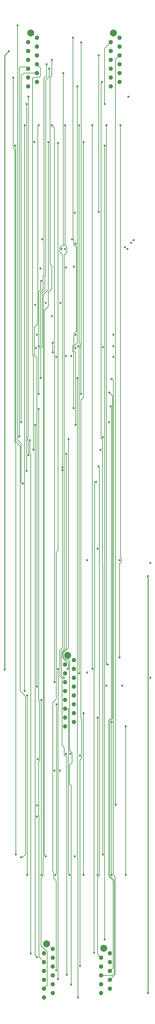
<source format=gbl>
G04 #@! TF.GenerationSoftware,KiCad,Pcbnew,5.1.5-52549c5~84~ubuntu18.04.1*
G04 #@! TF.CreationDate,2020-01-27T20:19:36-05:00*
G04 #@! TF.ProjectId,BMS_peripheral,424d535f-7065-4726-9970-686572616c2e,rev?*
G04 #@! TF.SameCoordinates,Original*
G04 #@! TF.FileFunction,Copper,L4,Bot*
G04 #@! TF.FilePolarity,Positive*
%FSLAX46Y46*%
G04 Gerber Fmt 4.6, Leading zero omitted, Abs format (unit mm)*
G04 Created by KiCad (PCBNEW 5.1.5-52549c5~84~ubuntu18.04.1) date 2020-01-27 20:19:36*
%MOMM*%
%LPD*%
G04 APERTURE LIST*
%ADD10C,2.000000*%
%ADD11C,1.300000*%
%ADD12C,0.609600*%
%ADD13C,0.152400*%
%ADD14C,0.254000*%
G04 APERTURE END LIST*
D10*
X136630000Y-268094000D03*
D11*
X135890000Y-288544000D03*
X138430000Y-287274000D03*
X135890000Y-286004000D03*
X138430000Y-284734000D03*
X135890000Y-283464000D03*
X138430000Y-282194000D03*
X135890000Y-280924000D03*
X138430000Y-279654000D03*
X135890000Y-278384000D03*
X135890000Y-275844000D03*
X135890000Y-273304000D03*
X135890000Y-270764000D03*
X138430000Y-277114000D03*
X138430000Y-269494000D03*
X138430000Y-272034000D03*
X138430000Y-274574000D03*
D10*
X147044000Y-352295000D03*
D11*
X146304000Y-365125000D03*
X148844000Y-363855000D03*
X146304000Y-362585000D03*
X146304000Y-360045000D03*
X146304000Y-357505000D03*
X146304000Y-354965000D03*
X148844000Y-361315000D03*
X148844000Y-353695000D03*
X148844000Y-356235000D03*
X148844000Y-358775000D03*
D10*
X149838000Y-89278000D03*
D11*
X149098000Y-104648000D03*
X151638000Y-103378000D03*
X149098000Y-102108000D03*
X151638000Y-100838000D03*
X149098000Y-99568000D03*
X149098000Y-97028000D03*
X149098000Y-94488000D03*
X149098000Y-91948000D03*
X151638000Y-98298000D03*
X151638000Y-90678000D03*
X151638000Y-93218000D03*
X151638000Y-95758000D03*
D10*
X130534000Y-351025000D03*
D11*
X129794000Y-366395000D03*
X132334000Y-365125000D03*
X129794000Y-363855000D03*
X132334000Y-362585000D03*
X129794000Y-361315000D03*
X129794000Y-358775000D03*
X129794000Y-356235000D03*
X129794000Y-353695000D03*
X132334000Y-360045000D03*
X132334000Y-352425000D03*
X132334000Y-354965000D03*
X132334000Y-357505000D03*
X127762000Y-95758000D03*
X127762000Y-93218000D03*
X127762000Y-90678000D03*
X127762000Y-98298000D03*
X125222000Y-91948000D03*
X125222000Y-94488000D03*
X125222000Y-97028000D03*
X125222000Y-99568000D03*
X127762000Y-100838000D03*
X125222000Y-102108000D03*
X127762000Y-103378000D03*
X125222000Y-104648000D03*
D10*
X125962000Y-89278000D03*
D12*
X130302000Y-166878000D03*
X134537450Y-166878000D03*
X132334000Y-181102000D03*
X132334000Y-178282600D03*
X139414250Y-188436250D03*
X139573000Y-366395000D03*
X136874250Y-205954550D03*
X137693401Y-362686599D03*
X136239250Y-210251503D03*
X136626611Y-272034000D03*
X133832600Y-272034000D03*
X133858000Y-361188000D03*
X128295400Y-197358000D03*
X125691900Y-206286100D03*
X125984000Y-353822000D03*
X136398000Y-359918000D03*
X135102600Y-214884000D03*
X127774700Y-354838000D03*
X127228600Y-201930000D03*
X148691600Y-192633600D03*
X145516600Y-213842600D03*
X149326600Y-188696600D03*
X144881600Y-218287600D03*
X144272000Y-353568000D03*
X149047191Y-196596000D03*
X124756498Y-215095502D03*
X124756498Y-109685502D03*
X147320000Y-109728000D03*
X128295400Y-193040000D03*
X130556000Y-98298000D03*
X123672600Y-218782900D03*
X122174000Y-87122000D03*
X125289898Y-210604057D03*
X125289899Y-107628101D03*
X154203400Y-107628101D03*
X128828800Y-188468000D03*
X131318000Y-99568000D03*
X135070850Y-214122000D03*
X135356599Y-100863401D03*
X138880850Y-201930000D03*
X139446000Y-104648000D03*
X146151600Y-209143600D03*
X126695199Y-209042000D03*
X138347450Y-197104000D03*
X138176000Y-90678000D03*
X148590000Y-201168000D03*
X123215400Y-201168000D03*
X140487400Y-193040000D03*
X140538211Y-92024211D03*
X122682000Y-205232000D03*
X146812000Y-205486000D03*
X132080000Y-170688000D03*
X127254000Y-167386000D03*
X136144000Y-182118000D03*
X137668000Y-182118000D03*
X136144000Y-296418000D03*
X137414000Y-296418000D03*
X134366000Y-301244000D03*
X132842000Y-301244000D03*
X153162000Y-150876000D03*
X135890011Y-151358600D03*
X153924000Y-151384000D03*
X134874000Y-151358600D03*
X154940000Y-149606000D03*
X138938000Y-149860000D03*
X155702000Y-148844000D03*
X137922000Y-148590000D03*
X140208000Y-296926000D03*
X160528000Y-274574000D03*
X142240000Y-273050000D03*
X147828000Y-276860000D03*
X128016000Y-297942000D03*
X152400000Y-276860000D03*
X127762000Y-314452000D03*
X119600000Y-94525000D03*
X118450000Y-272225000D03*
X138938000Y-176022000D03*
X138938000Y-179832000D03*
X127508000Y-179832000D03*
X133350000Y-182372000D03*
X146812000Y-179578000D03*
X127762000Y-176022000D03*
X129286000Y-148590000D03*
X138430000Y-156464000D03*
X128778000Y-156972000D03*
X138684000Y-140970000D03*
X151638000Y-240792000D03*
X160528000Y-241554000D03*
X142240000Y-240792000D03*
X149860000Y-182372000D03*
X149860000Y-176022000D03*
X145288000Y-237490000D03*
X136144000Y-156718000D03*
X159800000Y-365125000D03*
X159750000Y-245350000D03*
X131064000Y-120650000D03*
X127025400Y-120650000D03*
X133299199Y-358648000D03*
X133883401Y-120929401D03*
X147294600Y-121666000D03*
X147294599Y-349732599D03*
X140208000Y-357378000D03*
X141224000Y-120650000D03*
X135890000Y-115824000D03*
X135541770Y-274556900D03*
X143764000Y-115824000D03*
X143855400Y-272034000D03*
X151892000Y-115824000D03*
X151638000Y-268732000D03*
X128270000Y-115824000D03*
X127762000Y-277114000D03*
X147828000Y-115824000D03*
X148154953Y-270768452D03*
X139954000Y-115824000D03*
X139954000Y-273304000D03*
X132080000Y-115824000D03*
X132842000Y-275844000D03*
X124206000Y-115824000D03*
X124206000Y-278384000D03*
X124968000Y-331216000D03*
X124968000Y-279654000D03*
X129032000Y-331216000D03*
X129032000Y-280924000D03*
X133096000Y-331216000D03*
X133400799Y-282194000D03*
X137160000Y-331216000D03*
X141224000Y-331216000D03*
X141224000Y-284734000D03*
X145288000Y-331216000D03*
X145288000Y-286004000D03*
X149352000Y-331216000D03*
X149352000Y-287274000D03*
X153416000Y-331216000D03*
X153416000Y-288544000D03*
X145600000Y-95725000D03*
X145575000Y-140750000D03*
X123190000Y-326136000D03*
X123190000Y-326136000D03*
X121412000Y-121666000D03*
X130302000Y-325882000D03*
X130302000Y-325882000D03*
X132080000Y-97028000D03*
X138684000Y-325882000D03*
X121666000Y-325374000D03*
X120904000Y-102108000D03*
X146761199Y-325374000D03*
X146558000Y-103378000D03*
X150550000Y-311075000D03*
X127775000Y-311225000D03*
X128270000Y-179324000D03*
X139700000Y-179324000D03*
X149860000Y-179324000D03*
X129032000Y-160528000D03*
D13*
X132334000Y-179857400D02*
X132334000Y-178282600D01*
X132334000Y-180111400D02*
X132334000Y-180594000D01*
X132334000Y-181102000D02*
X132334000Y-179857400D01*
X139573000Y-366395000D02*
X139573000Y-326517000D01*
X139420599Y-326364599D02*
X139420599Y-254533401D01*
X139573000Y-326517000D02*
X139420599Y-326364599D01*
X139414250Y-254527052D02*
X139414250Y-188436250D01*
X139420599Y-254533401D02*
X139414250Y-254527052D01*
X136874250Y-205954550D02*
X136874250Y-228314250D01*
X136874250Y-228314250D02*
X136906000Y-228346000D01*
X136906000Y-228346000D02*
X136906000Y-265938000D01*
X136906000Y-265938000D02*
X135382000Y-267462000D01*
X135382000Y-267462000D02*
X135382000Y-268664330D01*
X137947401Y-298932599D02*
X137160011Y-299719989D01*
X137160011Y-299719989D02*
X137160011Y-305054000D01*
X137160011Y-295374577D02*
X137947401Y-296161967D01*
X137947401Y-296161967D02*
X137947401Y-298932599D01*
X137693401Y-305587390D02*
X137693401Y-362686599D01*
X137160011Y-305054000D02*
X137693401Y-305587390D01*
X135382000Y-268664330D02*
X136040271Y-269322601D01*
X136040271Y-269322601D02*
X136734601Y-269322601D01*
X137160011Y-269748011D02*
X137160011Y-270763989D01*
X136734601Y-269322601D02*
X137160011Y-269748011D01*
X137160011Y-270510011D02*
X137160011Y-270763989D01*
X137160011Y-270763989D02*
X137160011Y-295374577D01*
X136239250Y-265842750D02*
X136239250Y-210251503D01*
X136239250Y-266173684D02*
X136239250Y-265842750D01*
X135077190Y-267335744D02*
X136239250Y-266173684D01*
X135077191Y-268790587D02*
X135077190Y-267335744D01*
X136038502Y-269751898D02*
X135077191Y-268790587D01*
X136147898Y-269751898D02*
X136855201Y-270459201D01*
X136038502Y-269751898D02*
X136147898Y-269751898D01*
X136855201Y-270459201D02*
X136855201Y-270637733D01*
X136855201Y-270459201D02*
X136855201Y-271805410D01*
X136855201Y-271805410D02*
X136626611Y-272034000D01*
X133934200Y-274170724D02*
X133934200Y-283133800D01*
X133832600Y-272034000D02*
X133832600Y-274069124D01*
X133832600Y-274069124D02*
X133934200Y-274170724D01*
X133832599Y-361162599D02*
X133858000Y-361188000D01*
X133934200Y-283133800D02*
X133832599Y-283235401D01*
X133832599Y-283235401D02*
X133832599Y-361162599D01*
X128270000Y-314170566D02*
X128270000Y-311519434D01*
X129794000Y-356235000D02*
X128308101Y-354749101D01*
X128308101Y-354749101D02*
X128308101Y-314208667D01*
X128308101Y-314208667D02*
X128270000Y-314170566D01*
X128308401Y-311481033D02*
X128308401Y-310968967D01*
X128295401Y-280976835D02*
X128295400Y-197789052D01*
X128270000Y-311519434D02*
X128308401Y-311481033D01*
X128308401Y-310968967D02*
X128270000Y-310930566D01*
X128549401Y-298424599D02*
X128549401Y-281230835D01*
X128270000Y-310930566D02*
X128270000Y-298704000D01*
X128295400Y-197789052D02*
X128295400Y-197358000D01*
X128549401Y-281230835D02*
X128295401Y-280976835D01*
X128270000Y-298704000D02*
X128549401Y-298424599D01*
X125984000Y-353822000D02*
X125984000Y-210312000D01*
X125730000Y-210058000D02*
X125730000Y-206248000D01*
X125984000Y-210312000D02*
X125730000Y-210058000D01*
X135128000Y-265938000D02*
X135128000Y-216408000D01*
X135128000Y-216916000D02*
X135128000Y-214909400D01*
X135128000Y-214909400D02*
X135102600Y-214884000D01*
X135610599Y-294593801D02*
X135011399Y-293994601D01*
X135610599Y-296674033D02*
X135610599Y-294593801D01*
X135011399Y-294015399D02*
X135011399Y-293994601D01*
X136398000Y-359918000D02*
X136398000Y-297180000D01*
X136398000Y-297180000D02*
X136169401Y-296951401D01*
X136169401Y-296951401D02*
X135887967Y-296951401D01*
X135887967Y-296951401D02*
X135610599Y-296674033D01*
X134366000Y-266700000D02*
X134366000Y-267462000D01*
X135128000Y-265938000D02*
X134366000Y-266700000D01*
X134366000Y-267462000D02*
X134366000Y-267004810D01*
X134405667Y-274171458D02*
X135011399Y-274777190D01*
X135011399Y-274777190D02*
X135011399Y-274944601D01*
X134366000Y-267462000D02*
X134366000Y-274171458D01*
X135011399Y-274944601D02*
X135011399Y-293994601D01*
X134366000Y-274171458D02*
X134405667Y-274171458D01*
X127469901Y-354533201D02*
X127457201Y-354533201D01*
X127774700Y-354838000D02*
X127469901Y-354533201D01*
X127228599Y-354304599D02*
X127228599Y-310921401D01*
X127457201Y-354533201D02*
X127228599Y-354304599D01*
X127228599Y-310921401D02*
X127228599Y-201955401D01*
X127228599Y-201955401D02*
X127228600Y-201955400D01*
X127228600Y-201955400D02*
X127228600Y-201930000D01*
X149580591Y-193522591D02*
X148691600Y-192633600D01*
X146304000Y-360045000D02*
X149479000Y-360045000D01*
X148818599Y-287017967D02*
X149580591Y-286255975D01*
X150063190Y-359460810D02*
X150063190Y-332689190D01*
X149580591Y-286255975D02*
X149580591Y-193522591D01*
X150063190Y-332689190D02*
X148818599Y-331444599D01*
X149479000Y-360045000D02*
X150063190Y-359460810D01*
X148818599Y-331444599D02*
X148818599Y-330959967D01*
X148818599Y-330959967D02*
X148818599Y-330225401D01*
X148818599Y-330502785D02*
X148818599Y-330225401D01*
X148818599Y-330225401D02*
X148818599Y-287017967D01*
X145821401Y-214147401D02*
X145516600Y-213842600D01*
X145821401Y-331472033D02*
X145821401Y-214147401D01*
X145288000Y-332005434D02*
X145821401Y-331472033D01*
X146304000Y-354965000D02*
X145288000Y-353949000D01*
X145288000Y-353949000D02*
X145288000Y-332005434D01*
X149885401Y-189255401D02*
X149326600Y-188696600D01*
X149885401Y-330174599D02*
X149885401Y-189255401D01*
X150368000Y-359791000D02*
X150368000Y-331724000D01*
X148844000Y-361315000D02*
X150368000Y-359791000D01*
X150368000Y-331724000D02*
X149885401Y-331241401D01*
X149885401Y-331241401D02*
X149885401Y-330225401D01*
X149885401Y-330225401D02*
X149860000Y-330200000D01*
X149860000Y-330200000D02*
X149885401Y-330174599D01*
X144450548Y-218287600D02*
X144881600Y-218287600D01*
X144388801Y-218349347D02*
X144450548Y-218287600D01*
X144388801Y-272290033D02*
X144388801Y-218349347D01*
X144272000Y-272406834D02*
X144388801Y-272290033D01*
X144272000Y-353568000D02*
X144272000Y-272406834D01*
X149275781Y-286080219D02*
X149275781Y-196596000D01*
X148844000Y-358775000D02*
X149758380Y-357860620D01*
X149758380Y-332815446D02*
X148513789Y-331570855D01*
X148513789Y-331570855D02*
X148513789Y-286842211D01*
X149275781Y-196596000D02*
X149047191Y-196596000D01*
X149758380Y-357860620D02*
X149758380Y-332815446D01*
X148513789Y-286842211D02*
X149275781Y-286080219D01*
X124756498Y-109516498D02*
X124756498Y-109685502D01*
X124756498Y-215095502D02*
X124756498Y-109685502D01*
X147320000Y-109728000D02*
X147320000Y-93726000D01*
X147320000Y-93726000D02*
X149098000Y-91948000D01*
X128295400Y-193040000D02*
X128295400Y-180568600D01*
X128803401Y-179580033D02*
X128803401Y-178333401D01*
X128295400Y-180568600D02*
X128295400Y-180088034D01*
X128295400Y-180088034D02*
X128803401Y-179580033D01*
X128803401Y-178333401D02*
X128778000Y-178308000D01*
X128778000Y-178308000D02*
X128778000Y-163830000D01*
X129565401Y-163042599D02*
X129565401Y-159283401D01*
X128778000Y-163830000D02*
X129565401Y-163042599D01*
X129819401Y-159029401D02*
X129819401Y-102336599D01*
X129565401Y-159283401D02*
X129819401Y-159029401D01*
X129819401Y-102336599D02*
X130556000Y-101600000D01*
X130556000Y-101600000D02*
X130556000Y-98298000D01*
X123215401Y-218325701D02*
X123215401Y-207289401D01*
X123672600Y-218782900D02*
X123215401Y-218325701D01*
X122148599Y-206222599D02*
X122148599Y-204241401D01*
X123215401Y-207289401D02*
X122148599Y-206222599D01*
X122148599Y-204241401D02*
X122174000Y-204216000D01*
X122174000Y-204216000D02*
X122174000Y-87122000D01*
X125158499Y-206542133D02*
X125158499Y-205295501D01*
X125289898Y-210604057D02*
X125289898Y-206673532D01*
X125289898Y-206673532D02*
X125158499Y-206542133D01*
X125158499Y-205295501D02*
X125289899Y-205164101D01*
X125289899Y-107628101D02*
X125289899Y-107509899D01*
X125289899Y-205164101D02*
X125289899Y-107628101D01*
X128828800Y-179985700D02*
X129286000Y-179528500D01*
X128828800Y-188468000D02*
X128828800Y-179985700D01*
X129286000Y-179528500D02*
X129286000Y-164084000D01*
X129286000Y-164084000D02*
X130048000Y-163322000D01*
X130048000Y-163322000D02*
X130048000Y-159258000D01*
X130048000Y-159258000D02*
X130302000Y-159004000D01*
X130302000Y-159004000D02*
X130302000Y-102870000D01*
X130302000Y-102870000D02*
X131318000Y-101854000D01*
X131318000Y-101854000D02*
X131318000Y-99568000D01*
X135070850Y-214122000D02*
X135070850Y-152965150D01*
X134340599Y-151102567D02*
X135075166Y-150368000D01*
X135070850Y-152965150D02*
X134340599Y-152234899D01*
X134340599Y-152234899D02*
X134340599Y-151102567D01*
X135382000Y-150368000D02*
X135585190Y-150164810D01*
X135075166Y-150368000D02*
X135382000Y-150368000D01*
X135356599Y-149936219D02*
X135356599Y-100863401D01*
X135585190Y-150164810D02*
X135356599Y-149936219D01*
X138880850Y-201930000D02*
X138880850Y-181159150D01*
X138880850Y-181159150D02*
X138430000Y-180708300D01*
X138404599Y-180088033D02*
X138404599Y-179349401D01*
X138430000Y-180708300D02*
X138430000Y-180113434D01*
X138430000Y-180113434D02*
X138404599Y-180088033D01*
X139420599Y-116080033D02*
X139420599Y-110261401D01*
X139471401Y-116130835D02*
X139420599Y-116080033D01*
X138404599Y-179349401D02*
X139471401Y-178282599D01*
X139471401Y-178282599D02*
X139471401Y-116130835D01*
X139446000Y-110236000D02*
X139446000Y-104648000D01*
X139420599Y-110261401D02*
X139446000Y-110236000D01*
X126492000Y-181965602D02*
X126695199Y-182168801D01*
X126746000Y-102108000D02*
X126492000Y-102362000D01*
X126695199Y-209042000D02*
X126695199Y-182168801D01*
X128778000Y-101600000D02*
X128270000Y-102108000D01*
X127762000Y-98298000D02*
X128778000Y-99314000D01*
X126492000Y-102362000D02*
X126492000Y-181965602D01*
X128778000Y-99314000D02*
X128778000Y-101600000D01*
X128270000Y-102108000D02*
X126746000Y-102108000D01*
X138099789Y-180809155D02*
X138099789Y-179223145D01*
X138347450Y-197104000D02*
X138347450Y-181056816D01*
X138347450Y-181056816D02*
X138099789Y-180809155D01*
X138404599Y-175765967D02*
X139164566Y-175006000D01*
X138099789Y-179223145D02*
X138404599Y-178918335D01*
X138404599Y-178918335D02*
X138404599Y-175765967D01*
X138404599Y-150116033D02*
X138404599Y-148896835D01*
X139164566Y-175006000D02*
X139164566Y-150876000D01*
X139164566Y-150876000D02*
X138404599Y-150116033D01*
X138150599Y-148029165D02*
X138150599Y-140487401D01*
X138455401Y-148333967D02*
X138150599Y-148029165D01*
X138404599Y-148896835D02*
X138455401Y-148846033D01*
X138455401Y-148846033D02*
X138455401Y-148333967D01*
X138150599Y-140487401D02*
X138176000Y-140462000D01*
X138176000Y-140462000D02*
X138176000Y-90678000D01*
X123215400Y-201168000D02*
X123215400Y-101574600D01*
X123215400Y-101574600D02*
X123952000Y-100838000D01*
X123952000Y-100838000D02*
X126238000Y-100838000D01*
X126238000Y-100838000D02*
X127762000Y-100838000D01*
X140538211Y-179678855D02*
X140538211Y-92024211D01*
X140487400Y-193040000D02*
X140487400Y-179729666D01*
X140487400Y-179729666D02*
X140538211Y-179678855D01*
X124714000Y-99060000D02*
X125222000Y-99568000D01*
X123444000Y-99060000D02*
X124714000Y-99060000D01*
X122682000Y-205232000D02*
X122682000Y-203708000D01*
X122682000Y-203708000D02*
X122682000Y-99314000D01*
X122682000Y-99314000D02*
X122936000Y-99060000D01*
X122936000Y-99060000D02*
X123444000Y-99060000D01*
D14*
X119600000Y-94525000D02*
X118425000Y-95700000D01*
X118425000Y-95700000D02*
X118425000Y-252200000D01*
X118425000Y-252200000D02*
X118425000Y-272200000D01*
X118425000Y-272200000D02*
X118450000Y-272225000D01*
X159800000Y-365125000D02*
X159800000Y-249400000D01*
X159800000Y-249400000D02*
X159800000Y-245400000D01*
X159800000Y-245400000D02*
X159750000Y-245350000D01*
D13*
X130672601Y-353273271D02*
X128935330Y-351536000D01*
X129794000Y-363855000D02*
X130672601Y-362976399D01*
X130672601Y-362976399D02*
X130672601Y-353273271D01*
X129565401Y-331472033D02*
X129565401Y-326415401D01*
X128935330Y-351536000D02*
X128935330Y-332102104D01*
X128935330Y-332102104D02*
X129565401Y-331472033D01*
X129590810Y-326389992D02*
X129590810Y-179654756D01*
X129565401Y-326415401D02*
X129590810Y-326389992D01*
X129590810Y-179654756D02*
X129590810Y-164541190D01*
X131038599Y-163093401D02*
X131038599Y-120675401D01*
X129590810Y-164541190D02*
X131038599Y-163093401D01*
X131038599Y-120675401D02*
X131064000Y-120650000D01*
X133299199Y-358648000D02*
X133299199Y-332943199D01*
X132562599Y-332206599D02*
X132562599Y-330479401D01*
X133299199Y-332943199D02*
X132562599Y-332206599D01*
X132308599Y-330225401D02*
X132308599Y-281711401D01*
X132562599Y-330479401D02*
X132308599Y-330225401D01*
X133299199Y-273253199D02*
X133299199Y-238556801D01*
X133375401Y-273329401D02*
X133299199Y-273253199D01*
X132308599Y-281711401D02*
X133375401Y-280644599D01*
X133375401Y-280644599D02*
X133375401Y-273329401D01*
X133883401Y-237972599D02*
X133883401Y-120929401D01*
X133299199Y-238556801D02*
X133883401Y-237972599D01*
X147294600Y-121666000D02*
X147294600Y-158724600D01*
X147294599Y-276603967D02*
X147294599Y-349732599D01*
X147345401Y-276553165D02*
X147294599Y-276603967D01*
X147294600Y-158724600D02*
X147345401Y-158775401D01*
X147345401Y-158775401D02*
X147345401Y-276553165D01*
X140208000Y-357378000D02*
X140208000Y-298196000D01*
X140741401Y-297662599D02*
X140741401Y-286537401D01*
X140208000Y-298196000D02*
X140741401Y-297662599D01*
X140741401Y-286537401D02*
X140462000Y-286258000D01*
X140487401Y-286232599D02*
X140487401Y-194792599D01*
X140462000Y-286258000D02*
X140487401Y-286232599D01*
X140487401Y-194792599D02*
X141224000Y-194056000D01*
X141224000Y-194056000D02*
X141224000Y-120650000D01*
X135610599Y-183616599D02*
X135636000Y-183642000D01*
X135890000Y-115824000D02*
X135890000Y-150368000D01*
X135610599Y-153187401D02*
X135610599Y-183616599D01*
X136423412Y-150901412D02*
X136423412Y-152374588D01*
X136423412Y-152374588D02*
X135610599Y-153187401D01*
X135890000Y-150368000D02*
X136423412Y-150901412D01*
X134772381Y-267209489D02*
X134772381Y-271017981D01*
X135636000Y-266345868D02*
X134772381Y-267209489D01*
X135636000Y-266014200D02*
X135636000Y-266345868D01*
X135636000Y-266014200D02*
X135636000Y-266115800D01*
X135636000Y-183311800D02*
X135636000Y-266014200D01*
X134772381Y-271017981D02*
X134874000Y-271119600D01*
X134874000Y-273889130D02*
X135541770Y-274556900D01*
X134874000Y-271119600D02*
X134874000Y-273889130D01*
X143764000Y-272034000D02*
X143855400Y-272034000D01*
X143764000Y-115824000D02*
X143764000Y-272034000D01*
X151892000Y-115824000D02*
X151892000Y-151384000D01*
X151892000Y-151384000D02*
X151892000Y-233934000D01*
X151892000Y-233934000D02*
X151892000Y-240030000D01*
X152171401Y-240309401D02*
X152171401Y-241274599D01*
X151892000Y-240030000D02*
X152171401Y-240309401D01*
X152171401Y-241274599D02*
X151638000Y-241808000D01*
X151638000Y-241808000D02*
X151638000Y-268478000D01*
X151638000Y-268478000D02*
X151638000Y-268732000D01*
X127965201Y-172923201D02*
X126974599Y-173913803D01*
X128270000Y-115824000D02*
X127965201Y-116128799D01*
X127965201Y-116128799D02*
X127965201Y-172923201D01*
X126974599Y-173913803D02*
X126974599Y-181838599D01*
X126974599Y-181838599D02*
X127762000Y-182626000D01*
X127762000Y-182626000D02*
X127762000Y-277114000D01*
X147828000Y-115824000D02*
X147828000Y-270764000D01*
X147828000Y-270764000D02*
X148082000Y-270764000D01*
X148082000Y-270764000D02*
X148150501Y-270764000D01*
X148150501Y-270764000D02*
X148154953Y-270768452D01*
X139954000Y-115824000D02*
X139954000Y-178308000D01*
X140233401Y-178587401D02*
X140233401Y-179552599D01*
X139954000Y-178308000D02*
X140233401Y-178587401D01*
X140233401Y-179552599D02*
X139954000Y-179832000D01*
X139954000Y-179832000D02*
X139954000Y-273304000D01*
X132816599Y-182115967D02*
X132816599Y-275818599D01*
X132867401Y-182065165D02*
X132816599Y-182115967D01*
X132080000Y-115824000D02*
X132867401Y-116611401D01*
X132867401Y-116611401D02*
X132867401Y-182065165D01*
X132816599Y-275818599D02*
X132842000Y-275844000D01*
X124206000Y-115824000D02*
X124206000Y-278384000D01*
X124968000Y-331216000D02*
X124968000Y-279654000D01*
X129032000Y-331216000D02*
X129032000Y-280924000D01*
X133400799Y-330911201D02*
X133096000Y-331216000D01*
X133400799Y-282194000D02*
X133400799Y-330911201D01*
X136809238Y-283464000D02*
X135890000Y-283464000D01*
X136855201Y-283509963D02*
X136809238Y-283464000D01*
X136855201Y-330911201D02*
X136855201Y-283509963D01*
X137160000Y-331216000D02*
X136855201Y-330911201D01*
X141224000Y-331216000D02*
X141224000Y-284734000D01*
X145288000Y-331216000D02*
X145288000Y-286004000D01*
X149352000Y-331216000D02*
X149352000Y-287274000D01*
X153416000Y-331216000D02*
X153416000Y-288544000D01*
X145600000Y-95725000D02*
X145600000Y-140725000D01*
X145600000Y-140725000D02*
X145575000Y-140750000D01*
X123190000Y-326136000D02*
X123647190Y-326136000D01*
X123647190Y-326136000D02*
X124460000Y-325323190D01*
X124460000Y-325323190D02*
X124460000Y-279908000D01*
X122910591Y-278358591D02*
X122910591Y-208000591D01*
X124460000Y-279908000D02*
X122910591Y-278358591D01*
X122910591Y-208000591D02*
X121666000Y-206756000D01*
X121666000Y-206756000D02*
X121666000Y-121920000D01*
X121666000Y-121920000D02*
X121412000Y-121666000D01*
X129895620Y-325475620D02*
X129895620Y-169062380D01*
X130302000Y-325882000D02*
X129895620Y-325475620D01*
X131038599Y-167919401D02*
X131038599Y-163855401D01*
X129895620Y-169062380D02*
X131038599Y-167919401D01*
X131038599Y-163855401D02*
X131572000Y-163322000D01*
X132105401Y-162788599D02*
X132105401Y-156235401D01*
X131572000Y-163322000D02*
X132105401Y-162788599D01*
X132105401Y-156235401D02*
X131572000Y-155702000D01*
X131546599Y-102056467D02*
X132080000Y-101523066D01*
X131546599Y-116080033D02*
X131546599Y-102056467D01*
X131572000Y-155702000D02*
X131597401Y-155676599D01*
X131597401Y-116130835D02*
X131546599Y-116080033D01*
X131597401Y-155676599D02*
X131597401Y-116130835D01*
X132080000Y-101523066D02*
X132080000Y-97028000D01*
X121666000Y-325374000D02*
X121666000Y-208534000D01*
X121666000Y-208534000D02*
X121666000Y-207518000D01*
X121361191Y-207213191D02*
X121361191Y-122885191D01*
X121666000Y-207518000D02*
X121361191Y-207213191D01*
X120878599Y-102133401D02*
X120904000Y-102108000D01*
X121361191Y-122885191D02*
X120878599Y-122402599D01*
X120878599Y-122402599D02*
X120878599Y-102133401D01*
X146761199Y-325374000D02*
X146761199Y-242112801D01*
X146278599Y-205742033D02*
X146278599Y-203733401D01*
X146685001Y-206148435D02*
X146278599Y-205742033D01*
X146761199Y-242112801D02*
X146685001Y-242036603D01*
X146685001Y-242036603D02*
X146685001Y-206148435D01*
X146278599Y-203733401D02*
X146278599Y-103403401D01*
X146278599Y-103403401D02*
X146304000Y-103378000D01*
D14*
X146278599Y-103403401D02*
X146532599Y-103403401D01*
X146532599Y-103403401D02*
X146558000Y-103378000D01*
D13*
X151638000Y-95758000D02*
X150450000Y-96946000D01*
X150450000Y-96946000D02*
X150450000Y-309475000D01*
X150450000Y-309475000D02*
X150450000Y-310850000D01*
X150450000Y-310850000D02*
X150550000Y-310950000D01*
X150550000Y-310950000D02*
X150550000Y-311075000D01*
X128270000Y-179324000D02*
X128270000Y-176303434D01*
X128295401Y-176278033D02*
X128295401Y-163601401D01*
X128270000Y-176303434D02*
X128295401Y-176278033D01*
X128295401Y-163601401D02*
X128778000Y-163118802D01*
X128778000Y-163118802D02*
X128778000Y-160782000D01*
X128778000Y-160782000D02*
X129032000Y-160528000D01*
M02*

</source>
